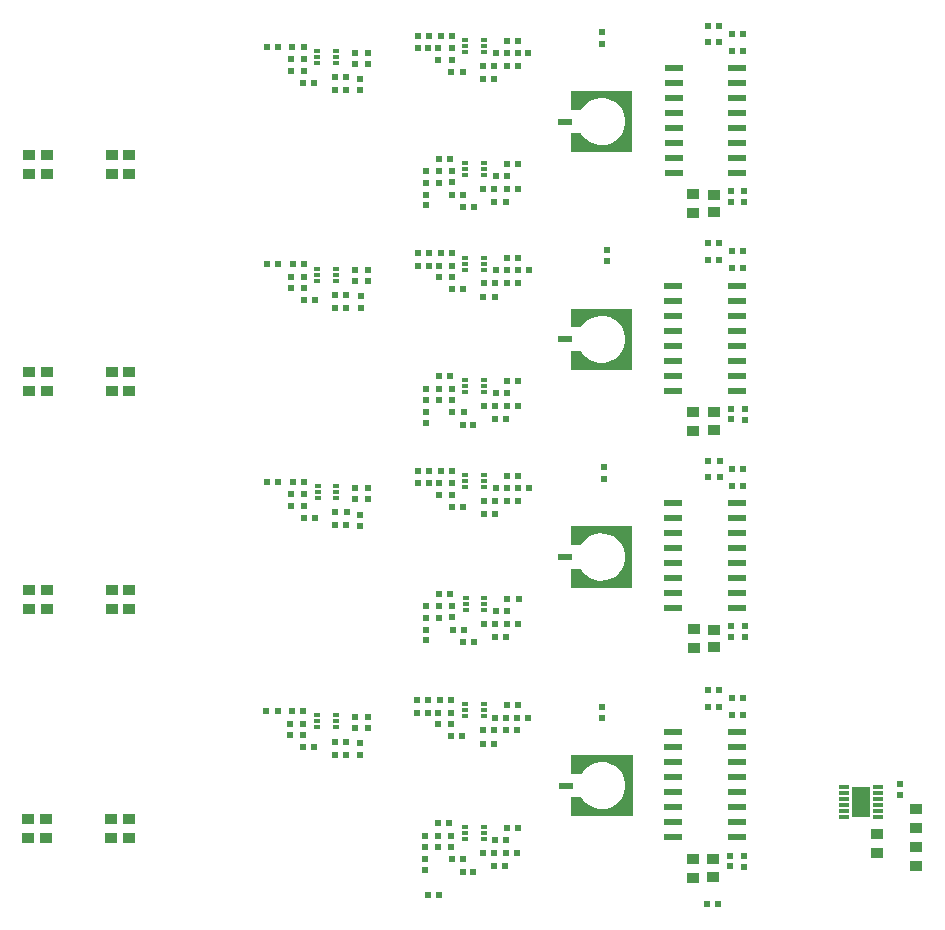
<source format=gbp>
G04*
G04 #@! TF.GenerationSoftware,Altium Limited,Altium Designer,21.0.9 (235)*
G04*
G04 Layer_Color=128*
%FSLAX25Y25*%
%MOIN*%
G70*
G04*
G04 #@! TF.SameCoordinates,4626A756-FD0A-4D7F-A62D-B668EF0F2538*
G04*
G04*
G04 #@! TF.FilePolarity,Positive*
G04*
G01*
G75*
%ADD13R,0.02441X0.02284*%
%ADD24R,0.02284X0.02441*%
%ADD40R,0.03937X0.03740*%
%ADD45R,0.03937X0.03740*%
%ADD48R,0.02441X0.02441*%
%ADD49R,0.02441X0.02441*%
%ADD54R,0.03937X0.03543*%
%ADD115R,0.02244X0.01181*%
%ADD116R,0.06299X0.10236*%
%ADD117R,0.03347X0.01181*%
%ADD118R,0.06102X0.02362*%
%ADD120R,0.05118X0.02126*%
G36*
X274290Y69664D02*
X253818D01*
Y75963D01*
X257235D01*
X257235Y75963D01*
X257704Y75244D01*
X258862Y73980D01*
X260266Y72997D01*
X261850Y72341D01*
X263539Y72043D01*
X265252Y72118D01*
X266908Y72562D01*
X268428Y73353D01*
X269742Y74455D01*
X270785Y75815D01*
X271510Y77369D01*
X271881Y79043D01*
Y80757D01*
X271510Y82431D01*
X270785Y83985D01*
X269742Y85345D01*
X268428Y86447D01*
X266908Y87239D01*
X265252Y87683D01*
X263539Y87757D01*
X261850Y87460D01*
X260266Y86804D01*
X258862Y85820D01*
X257704Y84556D01*
X257235Y83837D01*
X253818D01*
Y90136D01*
X274290D01*
Y69664D01*
D02*
G37*
G36*
X274138Y145908D02*
X253666D01*
Y152207D01*
X257083D01*
X257083Y152207D01*
X257552Y151488D01*
X258710Y150224D01*
X260115Y149241D01*
X261699Y148585D01*
X263387Y148287D01*
X265100Y148362D01*
X266756Y148805D01*
X268276Y149597D01*
X269590Y150699D01*
X270634Y152059D01*
X271358Y153613D01*
X271729Y155287D01*
Y157001D01*
X271358Y158675D01*
X270634Y160229D01*
X269590Y161589D01*
X268276Y162691D01*
X266756Y163483D01*
X265100Y163926D01*
X263387Y164001D01*
X261699Y163704D01*
X260115Y163048D01*
X258710Y162064D01*
X257552Y160800D01*
X257083Y160081D01*
X253666D01*
Y166380D01*
X274138D01*
Y145908D01*
D02*
G37*
G36*
X274142Y218483D02*
X253670D01*
Y224782D01*
X257087D01*
X257087Y224782D01*
X257556Y224063D01*
X258714Y222799D01*
X260118Y221816D01*
X261702Y221160D01*
X263391Y220862D01*
X265104Y220937D01*
X266759Y221381D01*
X268280Y222172D01*
X269594Y223274D01*
X270637Y224634D01*
X271362Y226188D01*
X271733Y227862D01*
Y229576D01*
X271362Y231250D01*
X270637Y232804D01*
X269594Y234164D01*
X268280Y235266D01*
X266759Y236058D01*
X265104Y236502D01*
X263391Y236576D01*
X261702Y236279D01*
X260118Y235623D01*
X258714Y234639D01*
X257556Y233375D01*
X257087Y232656D01*
X253670D01*
Y238955D01*
X274142D01*
Y218483D01*
D02*
G37*
G36*
X274138Y291030D02*
X253666D01*
Y297329D01*
X257083D01*
X257083Y297329D01*
X257552Y296610D01*
X258710Y295346D01*
X260115Y294363D01*
X261699Y293707D01*
X263387Y293409D01*
X265100Y293484D01*
X266756Y293928D01*
X268276Y294719D01*
X269590Y295821D01*
X270634Y297181D01*
X271358Y298735D01*
X271729Y300409D01*
Y302123D01*
X271358Y303797D01*
X270634Y305351D01*
X269590Y306711D01*
X268276Y307813D01*
X266756Y308605D01*
X265100Y309049D01*
X263387Y309123D01*
X261699Y308826D01*
X260115Y308170D01*
X258710Y307186D01*
X257552Y305922D01*
X257083Y305203D01*
X253666D01*
Y311502D01*
X274138D01*
Y291030D01*
D02*
G37*
D13*
X363300Y76671D02*
D03*
Y80372D02*
D03*
X264054Y102323D02*
D03*
Y106024D02*
D03*
X264173Y327284D02*
D03*
Y330984D02*
D03*
X265823Y254918D02*
D03*
Y258618D02*
D03*
X264628Y182284D02*
D03*
Y185985D02*
D03*
X164643Y318263D02*
D03*
Y321964D02*
D03*
X164732Y245813D02*
D03*
Y249513D02*
D03*
X164771Y176968D02*
D03*
Y173267D02*
D03*
X164495Y96808D02*
D03*
Y100509D02*
D03*
X214024Y280961D02*
D03*
Y284662D02*
D03*
X214113Y208511D02*
D03*
Y212212D02*
D03*
X214152Y139666D02*
D03*
Y135965D02*
D03*
X213876Y59506D02*
D03*
Y63207D02*
D03*
X213953Y325629D02*
D03*
Y321928D02*
D03*
X214042Y249478D02*
D03*
Y253178D02*
D03*
X214081Y180633D02*
D03*
Y176932D02*
D03*
X213805Y100473D02*
D03*
Y104174D02*
D03*
X183514Y311731D02*
D03*
Y315432D02*
D03*
X183603Y239280D02*
D03*
Y242981D02*
D03*
X183445Y170239D02*
D03*
Y166538D02*
D03*
X183366Y90276D02*
D03*
Y93976D02*
D03*
X181760Y324175D02*
D03*
Y320475D02*
D03*
X181850Y251725D02*
D03*
Y248024D02*
D03*
X181889Y175479D02*
D03*
Y179179D02*
D03*
X181613Y102720D02*
D03*
Y99019D02*
D03*
X311519Y278040D02*
D03*
Y274340D02*
D03*
X311609Y205590D02*
D03*
Y201889D02*
D03*
X311647Y133044D02*
D03*
Y129344D02*
D03*
X311371Y56585D02*
D03*
Y52884D02*
D03*
X160343Y321964D02*
D03*
Y318263D02*
D03*
X160432Y245813D02*
D03*
Y249513D02*
D03*
X160471Y173267D02*
D03*
Y176968D02*
D03*
X160195Y100509D02*
D03*
Y96808D02*
D03*
X209684Y284654D02*
D03*
Y280954D02*
D03*
X209774Y208503D02*
D03*
Y212204D02*
D03*
X209813Y135958D02*
D03*
Y139658D02*
D03*
X209537Y63199D02*
D03*
Y59498D02*
D03*
X209553Y325629D02*
D03*
Y321928D02*
D03*
X209642Y249478D02*
D03*
Y253178D02*
D03*
X209681Y176932D02*
D03*
Y180633D02*
D03*
X209405Y104174D02*
D03*
Y100473D02*
D03*
X205384Y280954D02*
D03*
Y284654D02*
D03*
X205474Y212204D02*
D03*
Y208503D02*
D03*
X205513Y139658D02*
D03*
Y135958D02*
D03*
X205237Y59498D02*
D03*
Y63199D02*
D03*
X186073Y324192D02*
D03*
Y320491D02*
D03*
X186162Y248040D02*
D03*
Y251741D02*
D03*
X186201Y175495D02*
D03*
Y179196D02*
D03*
X185925Y102736D02*
D03*
Y99035D02*
D03*
D24*
X206166Y43431D02*
D03*
X209867D02*
D03*
X299150Y40400D02*
D03*
X302850D02*
D03*
X178793Y316064D02*
D03*
X175092D02*
D03*
X178883Y243613D02*
D03*
X175182D02*
D03*
X175221Y171068D02*
D03*
X178921D02*
D03*
X178646Y94609D02*
D03*
X174945D02*
D03*
X228235Y278904D02*
D03*
X224534D02*
D03*
X228324Y206453D02*
D03*
X224624D02*
D03*
X224662Y133908D02*
D03*
X228363D02*
D03*
X228087Y57449D02*
D03*
X224387D02*
D03*
X228203Y319779D02*
D03*
X224502D02*
D03*
X228293Y247328D02*
D03*
X224592D02*
D03*
X224631Y174783D02*
D03*
X228331D02*
D03*
X228056Y98323D02*
D03*
X224355D02*
D03*
X232334Y278904D02*
D03*
X236035D02*
D03*
X232424Y206453D02*
D03*
X236124D02*
D03*
X236163Y133908D02*
D03*
X232462D02*
D03*
X232187Y57449D02*
D03*
X235887D02*
D03*
X232303Y319779D02*
D03*
X236004D02*
D03*
X232393Y247328D02*
D03*
X236093D02*
D03*
X236132Y174783D02*
D03*
X232432D02*
D03*
X232156Y98323D02*
D03*
X235856D02*
D03*
X175069Y311711D02*
D03*
X178770D02*
D03*
X175158Y239261D02*
D03*
X178859D02*
D03*
X178898Y166715D02*
D03*
X175197D02*
D03*
X174921Y90256D02*
D03*
X178622D02*
D03*
X231935Y274623D02*
D03*
X228234D02*
D03*
X232024Y202172D02*
D03*
X228324D02*
D03*
X228362Y129627D02*
D03*
X232063D02*
D03*
X231787Y53167D02*
D03*
X228087D02*
D03*
X224483Y315395D02*
D03*
X228184D02*
D03*
X224573Y242944D02*
D03*
X228274D02*
D03*
X228313Y170399D02*
D03*
X224612D02*
D03*
X224336Y93940D02*
D03*
X228037D02*
D03*
X232335Y283104D02*
D03*
X228634D02*
D03*
X232424Y210653D02*
D03*
X228724D02*
D03*
X228762Y138108D02*
D03*
X232463D02*
D03*
X232187Y61649D02*
D03*
X228487D02*
D03*
X232303Y324079D02*
D03*
X228602D02*
D03*
X232393Y251628D02*
D03*
X228692D02*
D03*
X228731Y179083D02*
D03*
X232432D02*
D03*
X232156Y102623D02*
D03*
X228455D02*
D03*
X160892Y326114D02*
D03*
X164593D02*
D03*
X160982Y253663D02*
D03*
X164683D02*
D03*
X164722Y181118D02*
D03*
X161021D02*
D03*
X160745Y104658D02*
D03*
X164446D02*
D03*
X311106Y330521D02*
D03*
X307405D02*
D03*
X311195Y258070D02*
D03*
X307494D02*
D03*
X311234Y185525D02*
D03*
X307533D02*
D03*
X310958Y109065D02*
D03*
X307257D02*
D03*
X303133Y327666D02*
D03*
X299432D02*
D03*
X303223Y255216D02*
D03*
X299522D02*
D03*
X303261Y182670D02*
D03*
X299561D02*
D03*
X302986Y106211D02*
D03*
X299285D02*
D03*
X311106Y324910D02*
D03*
X307405D02*
D03*
X311195Y252460D02*
D03*
X307494D02*
D03*
X311234Y179914D02*
D03*
X307533D02*
D03*
X310958Y103455D02*
D03*
X307257D02*
D03*
X303133Y333277D02*
D03*
X299432D02*
D03*
X303223Y260826D02*
D03*
X299522D02*
D03*
X303261Y188280D02*
D03*
X299561D02*
D03*
X302986Y111821D02*
D03*
X299285D02*
D03*
X209667Y288854D02*
D03*
X213368D02*
D03*
X209757Y216403D02*
D03*
X213457D02*
D03*
X213496Y143858D02*
D03*
X209796D02*
D03*
X209520Y67398D02*
D03*
X213220D02*
D03*
X210302Y329879D02*
D03*
X214003D02*
D03*
X214093Y257428D02*
D03*
X210392D02*
D03*
X214131Y184883D02*
D03*
X210431D02*
D03*
X210155Y108423D02*
D03*
X213856D02*
D03*
X152395Y326084D02*
D03*
X156096D02*
D03*
X156185Y253633D02*
D03*
X152485D02*
D03*
X156224Y181088D02*
D03*
X152524D02*
D03*
X152248Y104628D02*
D03*
X155948D02*
D03*
X202604Y329883D02*
D03*
X206305D02*
D03*
X202694Y257432D02*
D03*
X206394D02*
D03*
X206433Y184887D02*
D03*
X202732D02*
D03*
X202457Y108427D02*
D03*
X206157D02*
D03*
X164498Y314208D02*
D03*
X168199D02*
D03*
X168289Y241757D02*
D03*
X164588D02*
D03*
X168327Y169212D02*
D03*
X164627D02*
D03*
X164351Y92753D02*
D03*
X168052D02*
D03*
X214134Y276904D02*
D03*
X217835D02*
D03*
X217924Y204453D02*
D03*
X214224D02*
D03*
X217963Y131908D02*
D03*
X214262D02*
D03*
X213987Y55449D02*
D03*
X217687D02*
D03*
X213902Y317779D02*
D03*
X217603D02*
D03*
X217693Y245328D02*
D03*
X213992D02*
D03*
X217731Y172783D02*
D03*
X214031D02*
D03*
X213755Y96323D02*
D03*
X217456D02*
D03*
X232434Y287223D02*
D03*
X236135D02*
D03*
X236224Y214772D02*
D03*
X232524D02*
D03*
X236263Y142227D02*
D03*
X232562D02*
D03*
X232287Y65768D02*
D03*
X235987D02*
D03*
X232402Y328279D02*
D03*
X236103D02*
D03*
X236193Y255828D02*
D03*
X232492D02*
D03*
X236231Y183283D02*
D03*
X232531D02*
D03*
X232255Y106823D02*
D03*
X235956D02*
D03*
D40*
X301135Y49518D02*
D03*
Y55424D02*
D03*
X301283Y270973D02*
D03*
Y276879D02*
D03*
X301372Y198523D02*
D03*
Y204428D02*
D03*
X301411Y125977D02*
D03*
Y131883D02*
D03*
X294491Y270678D02*
D03*
Y276977D02*
D03*
X294581Y198228D02*
D03*
Y204527D02*
D03*
X294620Y125682D02*
D03*
Y131981D02*
D03*
X294344Y55522D02*
D03*
Y49223D02*
D03*
X100622Y290138D02*
D03*
Y283839D02*
D03*
X100712Y211388D02*
D03*
Y217687D02*
D03*
X100750Y145142D02*
D03*
Y138842D02*
D03*
X100475Y68682D02*
D03*
Y62383D02*
D03*
X78933Y290138D02*
D03*
Y283839D02*
D03*
X79023Y211388D02*
D03*
Y217687D02*
D03*
X79061Y145142D02*
D03*
Y138842D02*
D03*
X78786Y68682D02*
D03*
Y62383D02*
D03*
D45*
X106422Y290095D02*
D03*
Y283796D02*
D03*
X106511Y211345D02*
D03*
Y217645D02*
D03*
X106550Y145099D02*
D03*
Y138800D02*
D03*
X106274Y68640D02*
D03*
Y62341D02*
D03*
X73033Y290138D02*
D03*
Y283839D02*
D03*
X73123Y211388D02*
D03*
Y217687D02*
D03*
X73161Y145142D02*
D03*
Y138842D02*
D03*
X72886Y68682D02*
D03*
Y62383D02*
D03*
X355842Y63911D02*
D03*
Y57612D02*
D03*
D48*
X306991Y274418D02*
D03*
Y277962D02*
D03*
X307081Y201968D02*
D03*
Y205511D02*
D03*
X307120Y129422D02*
D03*
Y132966D02*
D03*
X306844Y52963D02*
D03*
Y56506D02*
D03*
X205334Y273316D02*
D03*
Y276859D02*
D03*
X205424Y200865D02*
D03*
Y204408D02*
D03*
X205463Y131863D02*
D03*
Y128320D02*
D03*
X205187Y51860D02*
D03*
Y55404D02*
D03*
D49*
X239428Y102623D02*
D03*
X235885D02*
D03*
X221292Y272695D02*
D03*
X217748D02*
D03*
X217641Y200047D02*
D03*
X221184D02*
D03*
X217877Y127699D02*
D03*
X221420D02*
D03*
X221144Y51239D02*
D03*
X217601D02*
D03*
X206172Y325629D02*
D03*
X202629D02*
D03*
X206262Y253178D02*
D03*
X202718D02*
D03*
X202757Y180633D02*
D03*
X206300D02*
D03*
X206025Y104174D02*
D03*
X202481D02*
D03*
X239576Y324079D02*
D03*
X236032D02*
D03*
X239665Y251628D02*
D03*
X236122D02*
D03*
X236161Y179083D02*
D03*
X239704D02*
D03*
D54*
X368865Y65772D02*
D03*
Y72071D02*
D03*
Y53174D02*
D03*
Y59473D02*
D03*
D115*
X218484Y103148D02*
D03*
Y105117D02*
D03*
Y107086D02*
D03*
X224704D02*
D03*
Y105117D02*
D03*
Y103148D02*
D03*
X169125Y320692D02*
D03*
Y322661D02*
D03*
Y324629D02*
D03*
X175345D02*
D03*
Y322661D02*
D03*
Y320692D02*
D03*
X175435Y248242D02*
D03*
Y250210D02*
D03*
Y252179D02*
D03*
X169214D02*
D03*
Y250210D02*
D03*
Y248242D02*
D03*
X169253Y175696D02*
D03*
Y177665D02*
D03*
Y179633D02*
D03*
X175473D02*
D03*
Y177665D02*
D03*
Y175696D02*
D03*
X169174Y99434D02*
D03*
Y101402D02*
D03*
Y103371D02*
D03*
X175394D02*
D03*
Y101402D02*
D03*
Y99434D02*
D03*
X218466Y283483D02*
D03*
Y285451D02*
D03*
Y287420D02*
D03*
X224687D02*
D03*
Y285451D02*
D03*
Y283483D02*
D03*
X224776Y211032D02*
D03*
Y213000D02*
D03*
Y214969D02*
D03*
X218556D02*
D03*
Y213000D02*
D03*
Y211032D02*
D03*
X218595Y138487D02*
D03*
Y140455D02*
D03*
Y142424D02*
D03*
X224815D02*
D03*
Y140455D02*
D03*
Y138487D02*
D03*
X218516Y62224D02*
D03*
Y64193D02*
D03*
Y66161D02*
D03*
X224736D02*
D03*
Y64193D02*
D03*
Y62224D02*
D03*
X218435Y324407D02*
D03*
Y326376D02*
D03*
Y328344D02*
D03*
X224655D02*
D03*
Y326376D02*
D03*
Y324407D02*
D03*
X224745Y251956D02*
D03*
Y253925D02*
D03*
Y255893D02*
D03*
X218524D02*
D03*
Y253925D02*
D03*
Y251956D02*
D03*
X218563Y179411D02*
D03*
Y181379D02*
D03*
Y183348D02*
D03*
X224783D02*
D03*
Y181379D02*
D03*
Y179411D02*
D03*
D116*
X350442Y74461D02*
D03*
D117*
X344733Y79382D02*
D03*
X344733Y77414D02*
D03*
Y75445D02*
D03*
Y73477D02*
D03*
Y71508D02*
D03*
Y69540D02*
D03*
X356151D02*
D03*
Y71508D02*
D03*
Y73477D02*
D03*
Y75445D02*
D03*
Y77414D02*
D03*
Y79382D02*
D03*
D118*
X287779Y62731D02*
D03*
Y67731D02*
D03*
Y72731D02*
D03*
Y77731D02*
D03*
Y82731D02*
D03*
Y87731D02*
D03*
Y92731D02*
D03*
X309039Y72731D02*
D03*
Y77731D02*
D03*
Y82731D02*
D03*
Y87731D02*
D03*
Y92731D02*
D03*
Y97731D02*
D03*
X287779D02*
D03*
X309039Y67731D02*
D03*
Y62731D02*
D03*
X287927Y283989D02*
D03*
Y288989D02*
D03*
Y293989D02*
D03*
Y298989D02*
D03*
Y303989D02*
D03*
Y308989D02*
D03*
Y313989D02*
D03*
X309187Y293989D02*
D03*
Y298989D02*
D03*
Y303989D02*
D03*
Y308989D02*
D03*
Y313989D02*
D03*
Y318989D02*
D03*
X287927D02*
D03*
X309187Y288989D02*
D03*
Y283989D02*
D03*
X309079Y211539D02*
D03*
Y216539D02*
D03*
X287820Y246538D02*
D03*
X309079D02*
D03*
Y241539D02*
D03*
Y236539D02*
D03*
Y231539D02*
D03*
Y226538D02*
D03*
Y221538D02*
D03*
X287820Y241539D02*
D03*
Y236539D02*
D03*
Y231539D02*
D03*
Y226538D02*
D03*
Y221538D02*
D03*
Y216539D02*
D03*
Y211539D02*
D03*
X309118Y138993D02*
D03*
Y143993D02*
D03*
X287858Y173993D02*
D03*
X309118D02*
D03*
Y168993D02*
D03*
Y163993D02*
D03*
Y158993D02*
D03*
Y153993D02*
D03*
Y148993D02*
D03*
X287858Y168993D02*
D03*
Y163993D02*
D03*
Y158993D02*
D03*
Y153993D02*
D03*
Y148993D02*
D03*
Y143993D02*
D03*
Y138993D02*
D03*
D120*
X251898Y228719D02*
D03*
X252046Y79900D02*
D03*
X251894Y301266D02*
D03*
Y156144D02*
D03*
M02*

</source>
